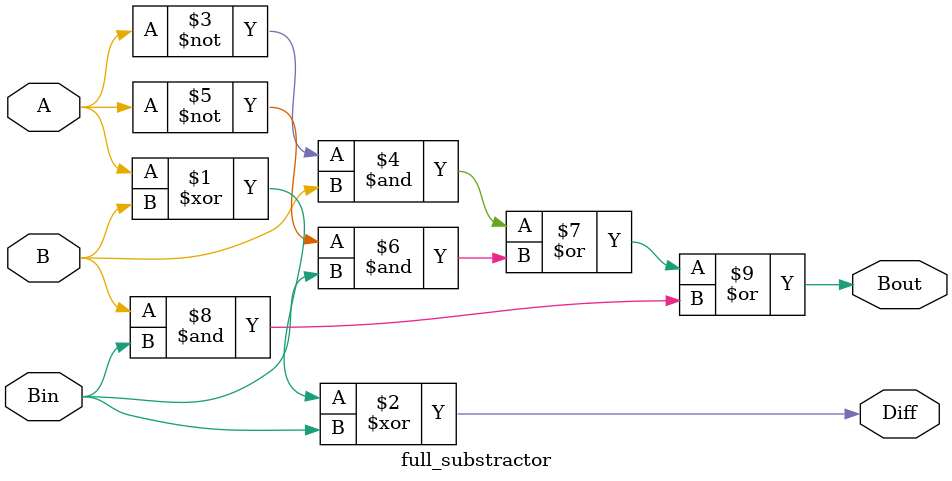
<source format=v>
module full_substractor (
    input A,
    input B,
    input Bin,
    output Diff,
    output Bout
);
    assign Diff = A ^ B ^ Bin;
    assign Bout = (~A & B) | (~A & Bin) | (B & Bin);
endmodule


</source>
